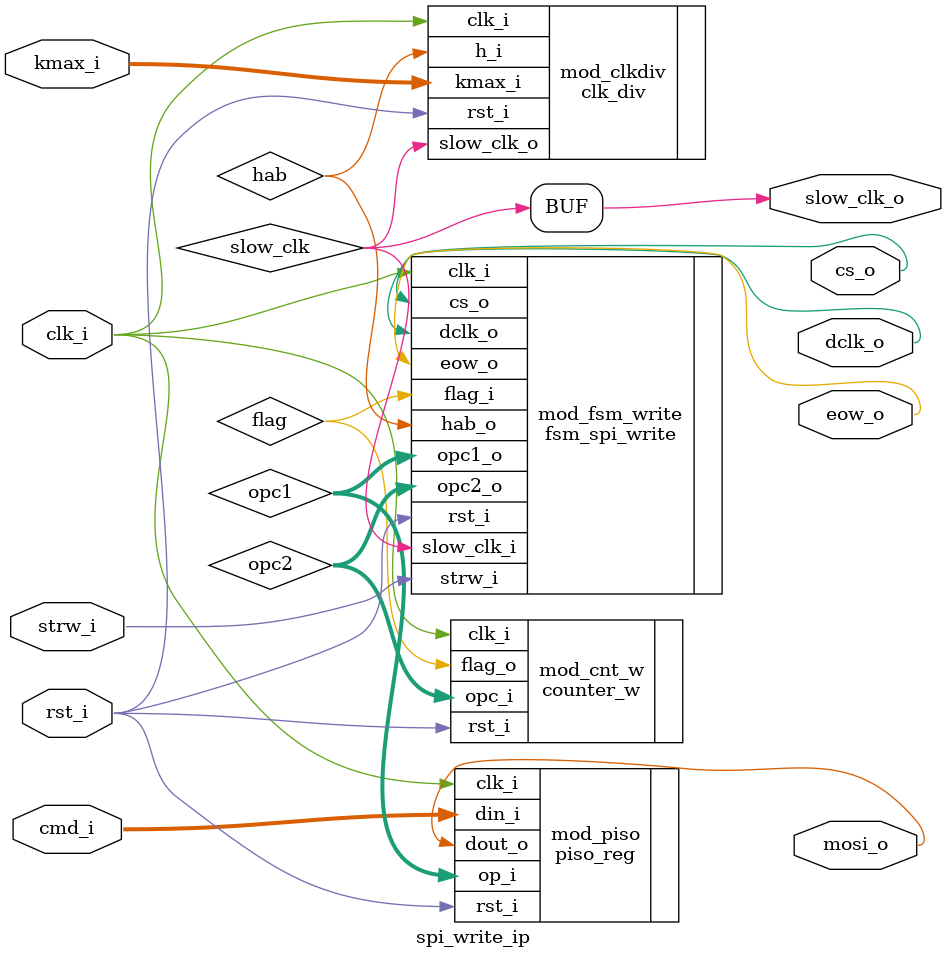
<source format=v>

module spi_write_ip (
  input        clk_i,
  input        rst_i,
  input        strw_i,
  input  [7:0] cmd_i,
  input  [7:0] kmax_i,
  output       mosi_o,
  output       dclk_o,
  output       cs_o,
  output       eow_o,
  output       slow_clk_o
);

  wire [1:0] opc1, opc2;
  wire slow_clk, flag, hab;
  
  //localparam  [7:0] cmd_i = 8'b10010111;    // Canal 0
  //localparam  [7:0] kmax_i = 8'd39;         // Periodo dclk = 1600ns
  
  piso_reg   #(.Width(8))  mod_piso    (.rst_i(rst_i), .clk_i(clk_i), .din_i(cmd_i), .op_i(opc1), .dout_o(mosi_o));
  counter_w  #(.Width(5))  mod_cnt_w   (.rst_i(rst_i), .clk_i(clk_i), .opc_i(opc2), .flag_o(flag));
  clk_div    #(.Width(8))  mod_clkdiv  (.rst_i(rst_i), .clk_i(clk_i), .h_i(hab), .kmax_i(kmax_i), .slow_clk_o(slow_clk));
  
  fsm_spi_write  mod_fsm_write (
    .rst_i(rst_i),
    .clk_i(clk_i),
    .strw_i(strw_i),
    .slow_clk_i(slow_clk),
    .flag_i(flag),
    .opc1_o(opc1),
    .opc2_o(opc2),
    .cs_o(cs_o),
    .dclk_o(dclk_o),
    .hab_o(hab),
    .eow_o(eow_o)
  );

  assign slow_clk_o = slow_clk;

endmodule
</source>
